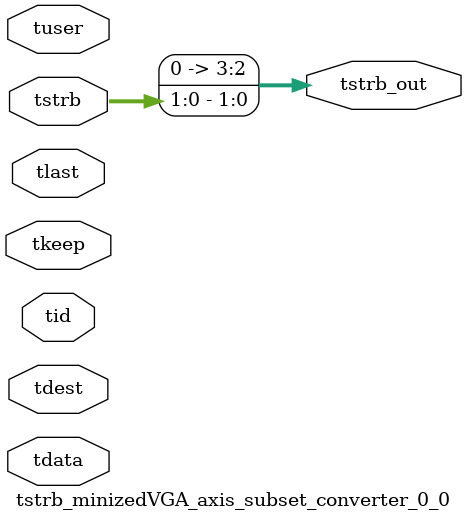
<source format=v>


`timescale 1ps/1ps

module tstrb_minizedVGA_axis_subset_converter_0_0 #
(
parameter C_S_AXIS_TDATA_WIDTH = 32,
parameter C_S_AXIS_TUSER_WIDTH = 0,
parameter C_S_AXIS_TID_WIDTH   = 0,
parameter C_S_AXIS_TDEST_WIDTH = 0,
parameter C_M_AXIS_TDATA_WIDTH = 32
)
(
input  [(C_S_AXIS_TDATA_WIDTH == 0 ? 1 : C_S_AXIS_TDATA_WIDTH)-1:0     ] tdata,
input  [(C_S_AXIS_TUSER_WIDTH == 0 ? 1 : C_S_AXIS_TUSER_WIDTH)-1:0     ] tuser,
input  [(C_S_AXIS_TID_WIDTH   == 0 ? 1 : C_S_AXIS_TID_WIDTH)-1:0       ] tid,
input  [(C_S_AXIS_TDEST_WIDTH == 0 ? 1 : C_S_AXIS_TDEST_WIDTH)-1:0     ] tdest,
input  [(C_S_AXIS_TDATA_WIDTH/8)-1:0 ] tkeep,
input  [(C_S_AXIS_TDATA_WIDTH/8)-1:0 ] tstrb,
input                                                                    tlast,
output [(C_M_AXIS_TDATA_WIDTH/8)-1:0 ] tstrb_out
);

assign tstrb_out = {tstrb[1:0]};

endmodule


</source>
